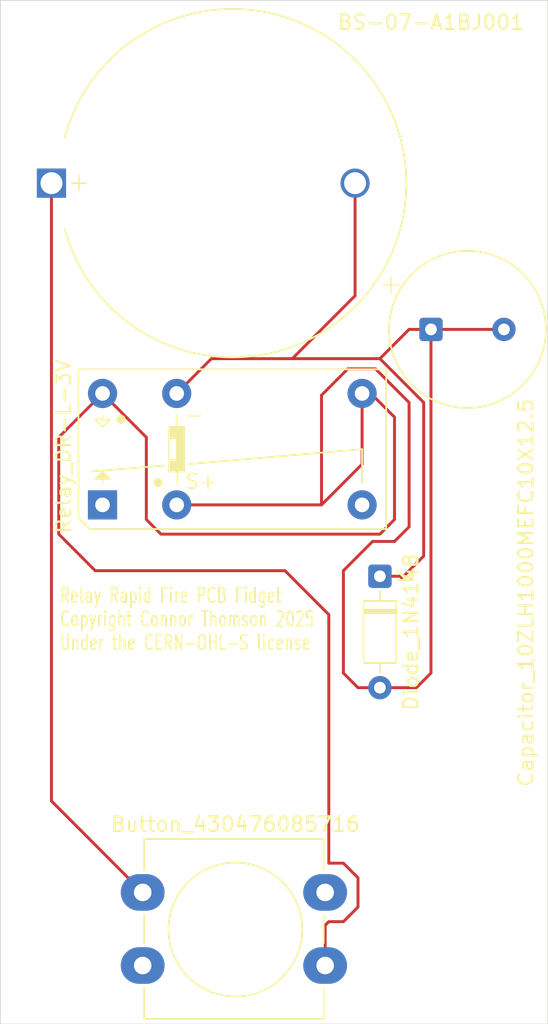
<source format=kicad_pcb>
(kicad_pcb (version 20241229) (generator "pcbnew") (generator_version "9.0")
  (layers (0 "F.Cu" signal) (2 "B.Cu" signal) (13 "F.Paste" user) (15 "B.Paste" user) (5 "F.SilkS" user "F.Silkscreen") (7 "B.SilkS" user "B.Silkscreen") (1 "F.Mask" user) (3 "B.Mask" user) (25 "Edge.Cuts" user))
  (net 0 "")
  (footprint "Button_Switch_THT:SW_PUSH-12mm_Wuerth-430476085716" (layer "F.Cu") (at 115.75 133.5)
    (property "Reference" "Button_430476085716" (at 6.35 -4.66 0) (layer "F.SilkS"))
    (property "Value" "Button_12mm_430476085716" (hide yes))
    (fp_line (start 0.1 -3.65) (end 12.4 -3.65) (stroke (width 0.12)) (layer "F.SilkS"))
    (fp_line (start 0.1 -1.53) (end 0.1 -3.65) (stroke (width 0.12)) (layer "F.SilkS"))
    (fp_line (start 0.1 3.47) (end 0.1 1.53) (stroke (width 0.12)) (layer "F.SilkS"))
    (fp_line (start 0.1 8.65) (end 0.1 6.53) (stroke (width 0.12)) (layer "F.SilkS"))
    (fp_line (start 12.4 -3.65) (end 12.4 -1.53) (stroke (width 0.12)) (layer "F.SilkS"))
    (fp_line (start 12.4 1.53) (end 12.4 3.47) (stroke (width 0.12)) (layer "F.SilkS"))
    (fp_line (start 12.4 6.53) (end 12.4 8.65) (stroke (width 0.12)) (layer "F.SilkS"))
    (fp_line (start 12.4 8.65) (end 0.1 8.65) (stroke (width 0.12)) (layer "F.SilkS"))
    (fp_circle (center 6.35 2.54) (end 10.92905 2.54) (stroke (width 0.12)) (fill no) (layer "F.SilkS"))
    (pad "1" thru_hole oval (at 0 0) (size 3 2.5) (drill 1.2) (layers "*.Cu" "*.Mask"))
    (pad "1" thru_hole oval (at 12.5 0) (size 3 2.5) (drill 1.2) (layers "*.Cu" "*.Mask"))
    (pad "2" thru_hole oval (at 0 5) (size 3 2.5) (drill 1.2) (layers "*.Cu" "*.Mask"))
    (pad "2" thru_hole oval (at 12.5 5) (size 3 2.5) (drill 1.2) (layers "*.Cu" "*.Mask"))
  )
  (footprint "Capacitor_THT:CP_Radial_Tantal_D10.5mm_P5.00mm" (layer "F.Cu") (at 135.5 95)
    (property "Reference" "Capacitor_10ZLH1000MEFC10X12.5" (at 6.5 18 270) (layer "F.SilkS"))
    (property "Value" "Capacitor_10ZLH1000MEFC10X12.5" (hide yes))
    (fp_line (start -3.247133 -3.015) (end -2.197133 -3.015) (stroke (width 0.12)) (layer "F.SilkS"))
    (fp_line (start -2.722133 -3.54) (end -2.722133 -2.49) (stroke (width 0.12)) (layer "F.SilkS"))
    (fp_circle (center 2.5 0) (end 7.87 0) (stroke (width 0.12)) (fill no) (layer "F.SilkS"))
    (pad "1" thru_hole roundrect (at 0 0) (size 1.6 1.6) (drill 0.8) (layers "*.Cu" "*.Mask") (roundrect_rratio 0.15625))
    (pad "2" thru_hole circle (at 5 0) (size 1.6 1.6) (drill 0.8) (layers "*.Cu" "*.Mask"))
  )
  (footprint "Battery:BatteryHolder_MYOUNG_BS-07-A1BJ001_CR2032" (layer "F.Cu") (at 109.5 85)
    (property "Reference" "BS-07-A1BJ001" (at 26 -11 0) (layer "F.SilkS"))
    (property "Value" "BatteryHolder_MYOUNG_BS-07-A1BJ001_CR2032" (hide yes))
    (fp_line (start 1.4 0) (end 2.4 0) (stroke (width 0.12)) (layer "F.SilkS"))
    (fp_line (start 1.9 -0.5) (end 1.9 0.5) (stroke (width 0.12)) (layer "F.SilkS"))
    (fp_arc (start 0.900001 -3.1) (mid 24.310499 0) (end 0.900001 3.1) (stroke (width 0.12)) (layer "F.SilkS"))
    (pad "1" thru_hole rect (at 0 0 180) (size 2 2) (drill 1.5) (layers "*.Cu" "*.Mask"))
    (pad "2" thru_hole circle (at 20.8 0 180) (size 2 2) (drill 1.5) (layers "*.Cu" "*.Mask"))
  )
  (footprint "Relay_THT:Relay_SPDT_Panasonic_DR-L" (layer "F.Cu") (at 113 107)
    (property "Reference" "Relay_DR-L-3V" (at -2.667 -4 90) (layer "F.SilkS"))
    (property "Value" "Panasonic_DR-L-3V" (hide yes))
    (fp_line (start -1.651 -9.271) (end 19.431 -9.271) (stroke (width 0.12)) (layer "F.SilkS"))
    (fp_line (start -1.651 0.89) (end -1.651 -9.271) (stroke (width 0.12)) (layer "F.SilkS"))
    (fp_line (start -0.89 1.651) (end -1.651 0.89) (stroke (width 0.12)) (layer "F.SilkS"))
    (fp_line (start -0.89 1.651) (end 19.431 1.651) (stroke (width 0.12)) (layer "F.SilkS"))
    (fp_line (start -0.762 -2.286) (end 4.2164 -2.6924) (stroke (width 0.12)) (layer "F.SilkS"))
    (fp_line (start 0 -5.842) (end 0 -6.096) (stroke (width 0.12)) (layer "F.SilkS"))
    (fp_line (start 0 -1.524) (end 0 -1.778) (stroke (width 0.12)) (layer "F.SilkS"))
    (fp_line (start 4.572 -2.286) (end 4.572 -5.334) (stroke (width 0.12)) (layer "F.SilkS"))
    (fp_line (start 5.08 -5.334) (end 5.08 -6.096) (stroke (width 0.12)) (layer "F.SilkS"))
    (fp_line (start 5.08 -2.286) (end 5.08 -1.524) (stroke (width 0.12)) (layer "F.SilkS"))
    (fp_line (start 5.9436 -2.794) (end 17.78 -3.81) (stroke (width 0.12)) (layer "F.SilkS"))
    (fp_line (start 17.78 -1.524) (end 17.78 -3.81) (stroke (width 0.12)) (layer "F.SilkS"))
    (fp_line (start 19.431 1.651) (end 19.431 -9.271) (stroke (width 0.12)) (layer "F.SilkS"))
    (fp_circle (center 1.27 -5.842) (end 1.524 -5.842) (stroke (width 0.12)) (fill yes) (layer "F.SilkS"))
    (fp_circle (center 3.81 -1.524) (end 4.064 -1.524) (stroke (width 0.12)) (fill yes) (layer "F.SilkS"))
    (fp_poly (pts (xy -0.508 -5.842) (xy 0 -5.334) (xy 0.508 -5.842)) (stroke (width 0.12)) (fill no) (layer "F.SilkS"))
    (fp_poly (pts (xy 0.508 -1.778) (xy -0.508 -1.778) (xy 0 -2.286)) (stroke (width 0.12)) (fill yes) (layer "F.SilkS"))
    (fp_poly (pts (xy 4.572 -4.572) (xy 4.572 -5.334) (xy 5.589 -5.334) (xy 5.59 -2.286) (xy 4.572 -2.286) (xy 4.572 -3.048) (xy 5.08 -3.048) (xy 5.08 -4.572)) (stroke (width 0.12)) (fill yes) (layer "F.SilkS"))
    (fp_text user "-" (at 5.588 -5.588 0) (layer "F.SilkS") (effects (font (thickness 0.12)) (justify left bottom)))
    (fp_text user "S+" (at 5.588 -1.016 0) (layer "F.SilkS") (effects (font (thickness 0.12)) (justify left bottom)))
    (pad "11" thru_hole circle (at 17.78 0 180) (size 2 2) (drill 1) (layers "*.Cu" "*.Mask"))
    (pad "12" thru_hole rect (at 0 0 180) (size 2 2) (drill 1) (layers "*.Cu" "*.Mask"))
    (pad "14" thru_hole circle (at 0 -7.62 180) (size 2 2) (drill 1) (layers "*.Cu" "*.Mask"))
    (pad "A1" thru_hole circle (at 5.08 0 180) (size 2 2) (drill 1) (layers "*.Cu" "*.Mask"))
    (pad "A2" thru_hole circle (at 5.08 -7.62 180) (size 2 2) (drill 1) (layers "*.Cu" "*.Mask"))
    (pad "PE" thru_hole circle (at 17.78 -7.62 180) (size 2 2) (drill 1) (layers "*.Cu" "*.Mask"))
  )
  (footprint "Diode_THT:D_DO-35_SOD27_P7.62mm_Horizontal" (layer "F.Cu") (at 132 111.88 -90)
    (property "Reference" "Diode_1N4148" (at 3.81 -2.12 90) (layer "F.SilkS"))
    (property "Value" "Diode_1N4148" (hide yes))
    (fp_line (start 1.04 0) (end 1.69 0) (stroke (width 0.12)) (layer "F.SilkS"))
    (fp_line (start 6.58 0) (end 5.93 0) (stroke (width 0.12)) (layer "F.SilkS"))
    (fp_line (start 2.29 -1.12) (end 2.29 1.12) (stroke (width 0.12)) (layer "F.SilkS"))
    (fp_line (start 2.41 -1.12) (end 2.41 1.12) (stroke (width 0.12)) (layer "F.SilkS"))
    (fp_line (start 2.53 -1.12) (end 2.53 1.12) (stroke (width 0.12)) (layer "F.SilkS"))
    (fp_rect (start 1.69 -1.12) (end 5.93 1.12) (stroke (width 0.12)) (fill no) (layer "F.SilkS"))
    (fp_text user "K" (at 0 -1.8 90) (layer "F.SilkS"))
    (pad "1" thru_hole roundrect (at 0 0 270) (size 1.6 1.6) (drill 0.8) (layers "*.Cu" "*.Mask") (roundrect_rratio 0.15625))
    (pad "2" thru_hole circle (at 7.62 0 270) (size 1.6 1.6) (drill 0.8) (layers "*.Cu" "*.Mask"))
  )
  (gr_rect (start 106 72.5) (end 143.5 142.5) (stroke (width 0.05)) (fill no) (layer "Edge.Cuts"))
  (gr_text "Relay Rapid Fire PCB Fidget\nCopyright Connor Thomson 2025\nUnder the CERN-OHL-S license" (at 110 117 0) (layer "F.SilkS") (effects (font (size 1 0.7) (thickness 0.125)) (justify left bottom)))
  (segment (start 128.25 138.5) (end 128.25 135.75) (width 0.2) (layer "F.Cu") (net 0))
  (segment (start 128.5 135.5) (end 129.5 135.5) (width 0.2) (layer "F.Cu") (net 0))
  (segment (start 110 102.38) (end 113 99.38) (width 0.2) (layer "F.Cu") (net 0))
  (segment (start 110 109) (end 110 102.38) (width 0.2) (layer "F.Cu") (net 0))
  (segment (start 132 111.88) (end 133.38 111.88) (width 0.2) (layer "F.Cu") (net 0))
  (segment (start 128 107) (end 118.08 107) (width 0.2) (layer "F.Cu") (net 0))
  (segment (start 130.78 99.38) (end 130.78 104.22) (width 0.2) (layer "F.Cu") (net 0))
  (segment (start 118.08 107) (end 124.5 107) (width 0.2) (layer "F.Cu") (net 0))
  (segment (start 135.5 118.5) (end 134.5 119.5) (width 0.2) (layer "F.Cu") (net 0))
  (segment (start 134 108.5) (end 134 100) (width 0.2) (layer "F.Cu") (net 0))
  (segment (start 135.5 95) (end 135.5 118.5) (width 0.2) (layer "F.Cu") (net 0))
  (segment (start 131.7 97.7) (end 129.8 97.7) (width 0.2) (layer "F.Cu") (net 0))
  (segment (start 133 109.5) (end 134 108.5) (width 0.2) (layer "F.Cu") (net 0))
  (segment (start 130.5 119.5) (end 129.5 118.5) (width 0.2) (layer "F.Cu") (net 0))
  (segment (start 133.38 111.88) (end 133.5 112) (width 0.2) (layer "F.Cu") (net 0))
  (segment (start 133 108) (end 133 101) (width 0.2) (layer "F.Cu") (net 0))
  (segment (start 130.5 132.5) (end 129.5 131.5) (width 0.2) (layer "F.Cu") (net 0))
  (segment (start 129.5 131.5) (end 128.5 131.5) (width 0.2) (layer "F.Cu") (net 0))
  (segment (start 109.625 127.375) (end 115.75 133.5) (width 0.2) (layer "F.Cu") (net 0))
  (segment (start 133 101) (end 131.38 99.38) (width 0.2) (layer "F.Cu") (net 0))
  (segment (start 135 110.5) (end 135 100) (width 0.2) (layer "F.Cu") (net 0))
  (segment (start 128.5 114.5) (end 125.5 111.5) (width 0.2) (layer "F.Cu") (net 0))
  (segment (start 133.5 112) (end 135 110.5) (width 0.2) (layer "F.Cu") (net 0))
  (segment (start 131.38 99.38) (end 130.78 99.38) (width 0.2) (layer "F.Cu") (net 0))
  (segment (start 112.5 111.5) (end 110 109) (width 0.2) (layer "F.Cu") (net 0))
  (segment (start 128 99.5) (end 128 107) (width 0.2) (layer "F.Cu") (net 0))
  (segment (start 130.78 98.78) (end 130.78 99.38) (width 0.2) (layer "F.Cu") (net 0))
  (segment (start 130.3 92.7) (end 126 97) (width 0.2) (layer "F.Cu") (net 0))
  (segment (start 129.5 111.5) (end 131.5 109.5) (width 0.2) (layer "F.Cu") (net 0))
  (segment (start 134 95) (end 132 97) (width 0.2) (layer "F.Cu") (net 0))
  (segment (start 132 119.5) (end 130.5 119.5) (width 0.2) (layer "F.Cu") (net 0))
  (segment (start 120.46 97) (end 126 97) (width 0.2) (layer "F.Cu") (net 0))
  (segment (start 129.8 97.7) (end 128 99.5) (width 0.2) (layer "F.Cu") (net 0))
  (segment (start 130.3 85) (end 130.3 92.7) (width 0.2) (layer "F.Cu") (net 0))
  (segment (start 125.5 111.5) (end 112.5 111.5) (width 0.2) (layer "F.Cu") (net 0))
  (segment (start 109.5 127.25) (end 109.625 127.375) (width 0.2) (layer "F.Cu") (net 0))
  (segment (start 109.5 85) (end 109.5 127.25) (width 0.2) (layer "F.Cu") (net 0))
  (segment (start 118.08 99.38) (end 120.46 97) (width 0.2) (layer "F.Cu") (net 0))
  (segment (start 134.5 119.5) (end 132 119.5) (width 0.2) (layer "F.Cu") (net 0))
  (segment (start 113 99.38) (end 116 102.38) (width 0.2) (layer "F.Cu") (net 0))
  (segment (start 134 100) (end 131.7 97.7) (width 0.2) (layer "F.Cu") (net 0))
  (segment (start 126 97) (end 132 97) (width 0.2) (layer "F.Cu") (net 0))
  (segment (start 117 109) (end 132 109) (width 0.2) (layer "F.Cu") (net 0))
  (segment (start 129.5 135.5) (end 130.5 134.5) (width 0.2) (layer "F.Cu") (net 0))
  (segment (start 116 102.38) (end 116 108) (width 0.2) (layer "F.Cu") (net 0))
  (segment (start 131.5 109.5) (end 133 109.5) (width 0.2) (layer "F.Cu") (net 0))
  (segment (start 130.78 104.22) (end 128 107) (width 0.2) (layer "F.Cu") (net 0))
  (segment (start 130.5 134.5) (end 130.5 132.5) (width 0.2) (layer "F.Cu") (net 0))
  (segment (start 128.25 135.75) (end 128.5 135.5) (width 0.2) (layer "F.Cu") (net 0))
  (segment (start 128.5 131.5) (end 128.5 114.5) (width 0.2) (layer "F.Cu") (net 0))
  (segment (start 140.5 95) (end 134 95) (width 0.2) (layer "F.Cu") (net 0))
  (segment (start 135 100) (end 132 97) (width 0.2) (layer "F.Cu") (net 0))
  (segment (start 116 108) (end 117 109) (width 0.2) (layer "F.Cu") (net 0))
  (segment (start 132 109) (end 133 108) (width 0.2) (layer "F.Cu") (net 0))
  (segment (start 129.5 118.5) (end 129.5 111.5) (width 0.2) (layer "F.Cu") (net 0))
)
</source>
